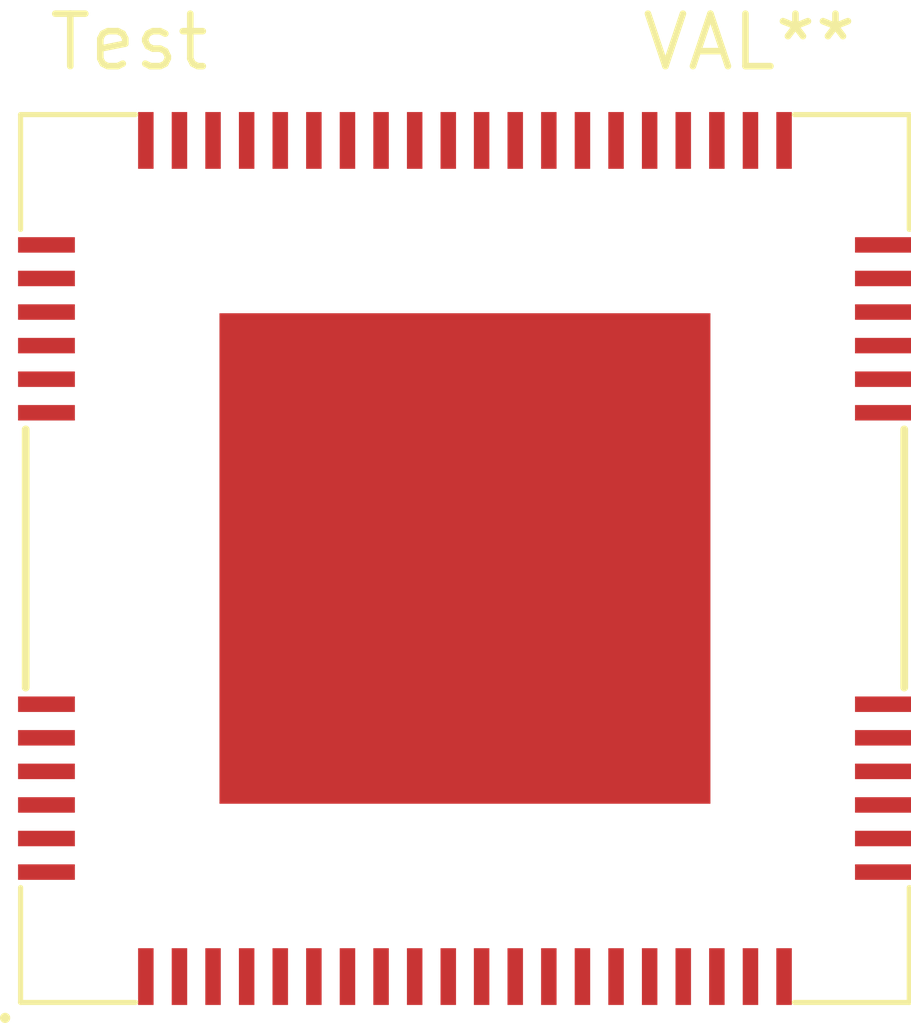
<source format=kicad_pcb>
(kicad_pcb (version 3) (host pcbnew "(2013-07-07 BZR 4022)-stable")

  (general
    (links 0)
    (no_connects 0)
    (area 199.664319 139.6695 217.836485 159.745681)
    (thickness 1.6)
    (drawings 0)
    (tracks 0)
    (zones 0)
    (modules 1)
    (nets 1)
  )

  (page A)
  (title_block 
    (title "TLE6244 Breakout")
    (rev R0.1)
    (company rusEFI)
  )

  (layers
    (15 F.Cu signal)
    (0 B.Cu signal)
    (16 B.Adhes user)
    (17 F.Adhes user)
    (18 B.Paste user)
    (19 F.Paste user)
    (20 B.SilkS user)
    (21 F.SilkS user)
    (22 B.Mask user)
    (23 F.Mask user)
    (24 Dwgs.User user)
    (25 Cmts.User user)
    (26 Eco1.User user)
    (27 Eco2.User user)
    (28 Edge.Cuts user)
  )

  (setup
    (last_trace_width 0.254)
    (trace_clearance 0.254)
    (zone_clearance 0.508)
    (zone_45_only no)
    (trace_min 0.254)
    (segment_width 0.2)
    (edge_width 0.1)
    (via_size 0.889)
    (via_drill 0.635)
    (via_min_size 0.889)
    (via_min_drill 0.508)
    (uvia_size 0.508)
    (uvia_drill 0.127)
    (uvias_allowed no)
    (uvia_min_size 0.508)
    (uvia_min_drill 0.127)
    (pcb_text_width 0.3)
    (pcb_text_size 1.5 1.5)
    (mod_edge_width 0.15)
    (mod_text_size 1 1)
    (mod_text_width 0.15)
    (pad_size 1.5 1.5)
    (pad_drill 0.6)
    (pad_to_mask_clearance 0)
    (aux_axis_origin 0 0)
    (visible_elements FFFFFFBF)
    (pcbplotparams
      (layerselection 3178497)
      (usegerberextensions true)
      (excludeedgelayer true)
      (linewidth 0.150000)
      (plotframeref false)
      (viasonmask false)
      (mode 1)
      (useauxorigin false)
      (hpglpennumber 1)
      (hpglpenspeed 20)
      (hpglpendiameter 15)
      (hpglpenoverlay 2)
      (psnegative false)
      (psa4output false)
      (plotreference true)
      (plotvalue true)
      (plotothertext true)
      (plotinvisibletext false)
      (padsonsilk false)
      (subtractmaskfromsilk false)
      (outputformat 1)
      (mirror false)
      (drillshape 1)
      (scaleselection 1)
      (outputdirectory ""))
  )

  (net 0 "")

  (net_class Default "This is the default net class."
    (clearance 0.254)
    (trace_width 0.254)
    (via_dia 0.889)
    (via_drill 0.635)
    (uvia_dia 0.508)
    (uvia_drill 0.127)
    (add_net "")
  )

  (module HiQUAD64 (layer F.Cu) (tedit 5483B1B5) (tstamp 5483B49E)
    (at 208.915 150.495)
    (fp_text reference Test (at -6.5 -10) (layer F.SilkS)
      (effects (font (size 1.016 1.016) (thickness 0.127)))
    )
    (fp_text value VAL** (at 5.5 -10) (layer F.SilkS)
      (effects (font (size 1.016 1.016) (thickness 0.127)))
    )
    (fp_line (start -8.5 -2.5) (end -8.5 2.5) (layer F.SilkS) (width 0.15))
    (fp_line (start 8.5 -2.5) (end 8.5 2.5) (layer F.SilkS) (width 0.15))
    (fp_line (start -8.5979 -8.5979) (end -6.37286 -8.5979) (layer F.SilkS) (width 0.09906))
    (fp_line (start 6.37286 -8.5979) (end 8.5979 -8.5979) (layer F.SilkS) (width 0.09906))
    (fp_line (start 8.5979 -8.5979) (end 8.5979 -6.37286) (layer F.SilkS) (width 0.09906))
    (fp_line (start 8.5979 6.37286) (end 8.5979 8.5979) (layer F.SilkS) (width 0.09906))
    (fp_line (start -8.5979 8.5979) (end -6.37286 8.5979) (layer F.SilkS) (width 0.09906))
    (fp_line (start 6.37286 8.5979) (end 8.5979 8.5979) (layer F.SilkS) (width 0.09906))
    (fp_line (start -8.5979 -8.5979) (end -8.5979 -6.37286) (layer F.SilkS) (width 0.09906))
    (fp_line (start -8.5979 6.37286) (end -8.5979 8.5979) (layer F.SilkS) (width 0.09906))
    (fp_line (start -8.89762 8.89762) (end -8.89762 8.89762) (layer F.SilkS) (width 0.19812))
    (pad 1 smd rect (at -6.17474 8.09752 180) (size 0.29972 1.09982)
      (layers F.Cu F.Paste F.Mask)
    )
    (pad 2 smd rect (at -5.5245 8.09752 180) (size 0.29972 1.09982)
      (layers F.Cu F.Paste F.Mask)
    )
    (pad 3 smd rect (at -4.87426 8.09752 180) (size 0.29972 1.09982)
      (layers F.Cu F.Paste F.Mask)
    )
    (pad 4 smd rect (at -4.22402 8.09752 180) (size 0.29972 1.09982)
      (layers F.Cu F.Paste F.Mask)
    )
    (pad 5 smd rect (at -3.57378 8.09752 180) (size 0.29972 1.09982)
      (layers F.Cu F.Paste F.Mask)
    )
    (pad 6 smd rect (at -2.92354 8.09752 180) (size 0.29972 1.09982)
      (layers F.Cu F.Paste F.Mask)
    )
    (pad 7 smd rect (at -2.2733 8.09752 180) (size 0.29972 1.09982)
      (layers F.Cu F.Paste F.Mask)
    )
    (pad 8 smd rect (at -1.62306 8.09752 180) (size 0.29972 1.09982)
      (layers F.Cu F.Paste F.Mask)
    )
    (pad 9 smd rect (at -0.97282 8.09752 180) (size 0.29972 1.09982)
      (layers F.Cu F.Paste F.Mask)
    )
    (pad 10 smd rect (at -0.32258 8.09752 180) (size 0.29972 1.09982)
      (layers F.Cu F.Paste F.Mask)
    )
    (pad 11 smd rect (at 0.32258 8.09752 180) (size 0.29972 1.09982)
      (layers F.Cu F.Paste F.Mask)
    )
    (pad 12 smd rect (at 0.97282 8.09752 180) (size 0.29972 1.09982)
      (layers F.Cu F.Paste F.Mask)
    )
    (pad 13 smd rect (at 1.62306 8.09752 180) (size 0.29972 1.09982)
      (layers F.Cu F.Paste F.Mask)
    )
    (pad 14 smd rect (at 2.2733 8.09752 180) (size 0.29972 1.09982)
      (layers F.Cu F.Paste F.Mask)
    )
    (pad 15 smd rect (at 2.92354 8.09752 180) (size 0.29972 1.09982)
      (layers F.Cu F.Paste F.Mask)
    )
    (pad 16 smd rect (at 3.57378 8.09752 180) (size 0.29972 1.09982)
      (layers F.Cu F.Paste F.Mask)
    )
    (pad 17 smd rect (at 4.22402 8.09752 180) (size 0.29972 1.09982)
      (layers F.Cu F.Paste F.Mask)
    )
    (pad 18 smd rect (at 4.87426 8.09752 180) (size 0.29972 1.09982)
      (layers F.Cu F.Paste F.Mask)
    )
    (pad 19 smd rect (at 5.5245 8.09752 180) (size 0.29972 1.09982)
      (layers F.Cu F.Paste F.Mask)
    )
    (pad 20 smd rect (at 6.17474 8.09752 180) (size 0.29972 1.09982)
      (layers F.Cu F.Paste F.Mask)
    )
    (pad 21 smd rect (at 8.09752 6.07378 270) (size 0.29972 1.09982)
      (layers F.Cu F.Paste F.Mask)
    )
    (pad 22 smd rect (at 8.09752 5.42354 270) (size 0.29972 1.09982)
      (layers F.Cu F.Paste F.Mask)
    )
    (pad 23 smd rect (at 8.09752 4.7733 270) (size 0.29972 1.09982)
      (layers F.Cu F.Paste F.Mask)
    )
    (pad 24 smd rect (at 8.09752 4.12306 270) (size 0.29972 1.09982)
      (layers F.Cu F.Paste F.Mask)
    )
    (pad 25 smd rect (at 8.09752 3.47282 270) (size 0.29972 1.09982)
      (layers F.Cu F.Paste F.Mask)
    )
    (pad 26 smd rect (at 8.09752 2.82258 270) (size 0.29972 1.09982)
      (layers F.Cu F.Paste F.Mask)
    )
    (pad 27 smd rect (at 8.09752 -2.82258 270) (size 0.29972 1.09982)
      (layers F.Cu F.Paste F.Mask)
    )
    (pad 28 smd rect (at 8.09752 -3.47282 270) (size 0.29972 1.09982)
      (layers F.Cu F.Paste F.Mask)
    )
    (pad 29 smd rect (at 8.09752 -4.12306 270) (size 0.29972 1.09982)
      (layers F.Cu F.Paste F.Mask)
    )
    (pad 30 smd rect (at 8.09752 -4.7733 270) (size 0.29972 1.09982)
      (layers F.Cu F.Paste F.Mask)
    )
    (pad 31 smd rect (at 8.09752 -5.42354 270) (size 0.29972 1.09982)
      (layers F.Cu F.Paste F.Mask)
    )
    (pad 32 smd rect (at 8.09752 -6.07378 270) (size 0.29972 1.09982)
      (layers F.Cu F.Paste F.Mask)
    )
    (pad 33 smd rect (at 6.17474 -8.09752) (size 0.29972 1.09982)
      (layers F.Cu F.Paste F.Mask)
    )
    (pad 34 smd rect (at 5.5245 -8.09752) (size 0.29972 1.09982)
      (layers F.Cu F.Paste F.Mask)
    )
    (pad 35 smd rect (at 4.87426 -8.09752) (size 0.29972 1.09982)
      (layers F.Cu F.Paste F.Mask)
    )
    (pad 36 smd rect (at 4.22402 -8.09752) (size 0.29972 1.09982)
      (layers F.Cu F.Paste F.Mask)
    )
    (pad 37 smd rect (at 3.57378 -8.09752) (size 0.29972 1.09982)
      (layers F.Cu F.Paste F.Mask)
    )
    (pad 38 smd rect (at 2.92354 -8.09752) (size 0.29972 1.09982)
      (layers F.Cu F.Paste F.Mask)
    )
    (pad 39 smd rect (at 2.2733 -8.09752) (size 0.29972 1.09982)
      (layers F.Cu F.Paste F.Mask)
    )
    (pad 40 smd rect (at 1.62306 -8.09752) (size 0.29972 1.09982)
      (layers F.Cu F.Paste F.Mask)
    )
    (pad 41 smd rect (at 0.97282 -8.09752) (size 0.29972 1.09982)
      (layers F.Cu F.Paste F.Mask)
    )
    (pad 42 smd rect (at 0.32258 -8.09752) (size 0.29972 1.09982)
      (layers F.Cu F.Paste F.Mask)
    )
    (pad 43 smd rect (at -0.32258 -8.09752) (size 0.29972 1.09982)
      (layers F.Cu F.Paste F.Mask)
    )
    (pad 44 smd rect (at -0.97282 -8.09752) (size 0.29972 1.09982)
      (layers F.Cu F.Paste F.Mask)
    )
    (pad 45 smd rect (at -1.62306 -8.09752) (size 0.29972 1.09982)
      (layers F.Cu F.Paste F.Mask)
    )
    (pad 46 smd rect (at -2.2733 -8.09752) (size 0.29972 1.09982)
      (layers F.Cu F.Paste F.Mask)
    )
    (pad 47 smd rect (at -2.92354 -8.09752) (size 0.29972 1.09982)
      (layers F.Cu F.Paste F.Mask)
    )
    (pad 48 smd rect (at -3.57378 -8.09752) (size 0.29972 1.09982)
      (layers F.Cu F.Paste F.Mask)
    )
    (pad 49 smd rect (at -4.22402 -8.09752) (size 0.29972 1.09982)
      (layers F.Cu F.Paste F.Mask)
    )
    (pad 50 smd rect (at -4.87426 -8.09752) (size 0.29972 1.09982)
      (layers F.Cu F.Paste F.Mask)
    )
    (pad 51 smd rect (at -5.5245 -8.09752) (size 0.29972 1.09982)
      (layers F.Cu F.Paste F.Mask)
    )
    (pad 52 smd rect (at -6.17474 -8.09752) (size 0.29972 1.09982)
      (layers F.Cu F.Paste F.Mask)
    )
    (pad 53 smd rect (at -8.09752 -6.07378 90) (size 0.29972 1.09982)
      (layers F.Cu F.Paste F.Mask)
    )
    (pad 54 smd rect (at -8.09752 -5.42354 90) (size 0.29972 1.09982)
      (layers F.Cu F.Paste F.Mask)
    )
    (pad 55 smd rect (at -8.09752 -4.7733 90) (size 0.29972 1.09982)
      (layers F.Cu F.Paste F.Mask)
    )
    (pad 56 smd rect (at -8.09752 -4.12306 90) (size 0.29972 1.09982)
      (layers F.Cu F.Paste F.Mask)
    )
    (pad 57 smd rect (at -8.09752 -3.47282 90) (size 0.29972 1.09982)
      (layers F.Cu F.Paste F.Mask)
    )
    (pad 58 smd rect (at -8.09752 -2.82258 90) (size 0.29972 1.09982)
      (layers F.Cu F.Paste F.Mask)
    )
    (pad 59 smd rect (at -8.09752 2.82258 90) (size 0.29972 1.09982)
      (layers F.Cu F.Paste F.Mask)
    )
    (pad 60 smd rect (at -8.09752 3.47282 90) (size 0.29972 1.09982)
      (layers F.Cu F.Paste F.Mask)
    )
    (pad 61 smd rect (at -8.09752 4.12306 90) (size 0.29972 1.09982)
      (layers F.Cu F.Paste F.Mask)
    )
    (pad 62 smd rect (at -8.09752 4.7733 90) (size 0.29972 1.09982)
      (layers F.Cu F.Paste F.Mask)
    )
    (pad 63 smd rect (at -8.09752 5.42354 90) (size 0.29972 1.09982)
      (layers F.Cu F.Paste F.Mask)
    )
    (pad 64 smd rect (at -8.09752 6.07378 90) (size 0.29972 1.09982)
      (layers F.Cu F.Paste F.Mask)
    )
    (pad EP smd rect (at 0 0) (size 9.5 9.5)
      (layers F.Cu F.Paste F.Mask)
    )
  )

)

</source>
